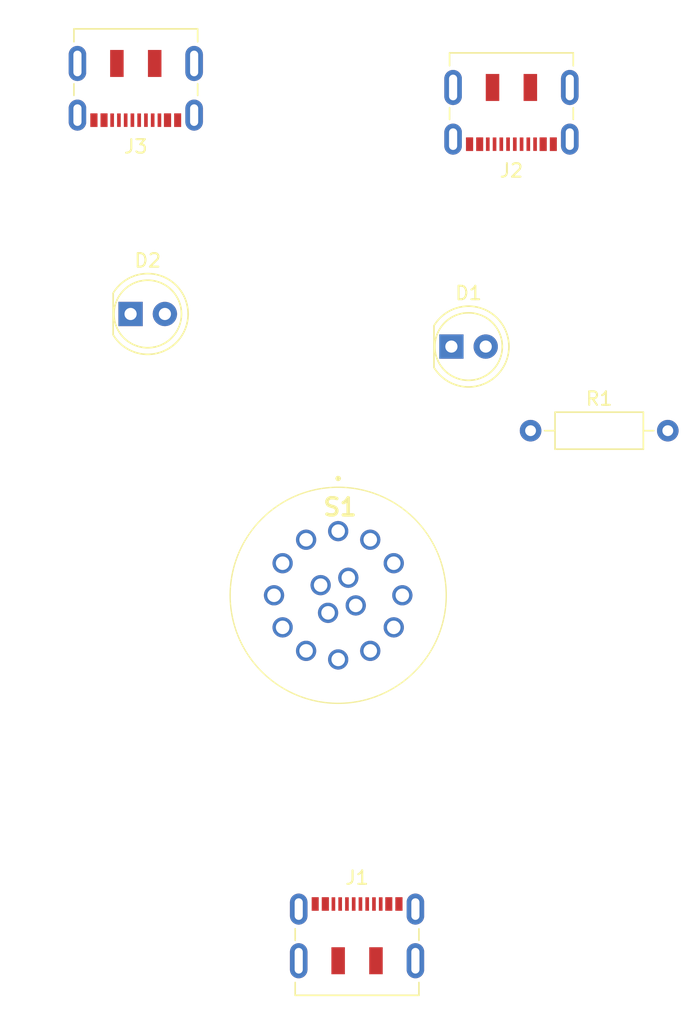
<source format=kicad_pcb>
(kicad_pcb (version 20211014) (generator pcbnew)
  (layers (0 "F.Cu" signal) (31 "B.Cu" signal) (34 "B.Paste" user) (35 "F.Paste" user) (36 "B.SilkS" user "B.Silkscreen") (37 "F.SilkS" user "F.Silkscreen") (38 "B.Mask" user) (39 "F.Mask" user) (44 "Edge.Cuts" user))
  (net 0 "")
  (net 1 "Net-(D1-Pad1)")
  (net 2 "Net-(J1-PadA1)")
  (net 3 "Net-(J1-PadA4)")
  (net 4 "Net-(J1-PadA5)")
  (net 5 "Net-(J1-PadA6)")
  (net 6 "Net-(J1-PadB7)")
  (net 8 "Net-(J2-PadA5)")
  (net 11 "Net-(J3-PadA5)")
  (net 18 "Net-(J2-PadA4)")
  (net 19 "Net-(J2-PadA6)")
  (net 20 "Net-(J2-PadA7)")
  (net 21 "Net-(J3-PadA4)")
  (net 22 "Net-(J3-PadA6)")
  (net 23 "Net-(J3-PadA7)")
  (footprint "Connector_USB:USB_C_Receptacle_JAE_DX07S016JA1R1500" (layer "F.Cu") (at 139.573 133.096)
    (fp_text reference "J1" (at 0 -5) (layer "F.SilkS"))
    (fp_text value "USB_C_Receptacle_USB2.0")
    (fp_line (start 4.58 2.76) (end 4.58 3.71) (layer "F.SilkS") (width 0.12))
    (fp_line (start -4.58 3.71) (end 4.58 3.71) (layer "F.SilkS") (width 0.12))
    (fp_line (start 4.58 -1.215) (end 4.58 -0.36) (layer "F.SilkS") (width 0.12))
    (fp_line (start -4.58 2.76) (end -4.58 3.71) (layer "F.SilkS") (width 0.12))
    (fp_line (start -4.58 -1.215) (end -4.58 -0.36) (layer "F.SilkS") (width 0.12))
    (pad "" np_thru_hole circle (at -3 -1.95) (size 0.6 0.6) (drill 0.6) (layers F&B.Cu *.Mask))
    (pad "" smd rect (at 1.4 1.15) (size 1 2) (layers "F.Cu" "F.Paste" "F.Mask"))
    (pad "" np_thru_hole oval (at 3 -1.95) (size 0.85 0.6) (drill oval 0.85 0.6) (layers F&B.Cu *.Mask))
    (pad "" smd rect (at -1.4 1.15) (size 1 2) (layers "F.Cu" "F.Paste" "F.Mask"))
    (pad "A1" smd rect (at -3.1 -3.05) (size 0.52 1) (layers "F.Cu" "F.Paste" "F.Mask") (net 2 "Net-(J1-PadA1)"))
    (pad "A4" smd rect (at -2.35 -3.05) (size 0.52 1) (layers "F.Cu" "F.Paste" "F.Mask") (net 3 "Net-(J1-PadA4)"))
    (pad "A5" smd rect (at -1.75 -3.05) (size 0.27 1) (layers "F.Cu" "F.Paste" "F.Mask") (net 4 "Net-(J1-PadA5)"))
    (pad "A6" smd rect (at -0.25 -3.05) (size 0.27 1) (layers "F.Cu" "F.Paste" "F.Mask") (net 5 "Net-(J1-PadA6)"))
    (pad "A7" smd rect (at 0.75 -3.05) (size 0.27 1) (layers "F.Cu" "F.Paste" "F.Mask") (net 6 "Net-(J1-PadB7)"))
    (pad "A8" smd rect (at 1.75 -3.05) (size 0.27 1) (layers "F.Cu" "F.Paste" "F.Mask"))
    (pad "A9" smd rect (at 2.35 -3.05) (size 0.52 1) (layers "F.Cu" "F.Paste" "F.Mask") (net 3 "Net-(J1-PadA4)"))
    (pad "A12" smd rect (at 3.1 -3.05) (size 0.52 1) (layers "F.Cu" "F.Paste" "F.Mask") (net 2 "Net-(J1-PadA1)"))
    (pad "B1" smd rect (at 3.1 -3.05) (size 0.52 1) (layers "F.Cu" "F.Paste" "F.Mask") (net 2 "Net-(J1-PadA1)"))
    (pad "B4" smd rect (at 2.35 -3.05) (size 0.52 1) (layers "F.Cu" "F.Paste" "F.Mask") (net 3 "Net-(J1-PadA4)"))
    (pad "B5" smd rect (at 1.25 -3.05) (size 0.27 1) (layers "F.Cu" "F.Paste" "F.Mask") (net 4 "Net-(J1-PadA5)"))
    (pad "B6" smd rect (at 0.25 -3.05) (size 0.27 1) (layers "F.Cu" "F.Paste" "F.Mask") (net 5 "Net-(J1-PadA6)"))
    (pad "B7" smd rect (at -0.75 -3.05) (size 0.27 1) (layers "F.Cu" "F.Paste" "F.Mask") (net 6 "Net-(J1-PadB7)"))
    (pad "B8" smd rect (at -1.25 -3.05) (size 0.27 1) (layers "F.Cu" "F.Paste" "F.Mask"))
    (pad "B9" smd rect (at -2.35 -3.05) (size 0.52 1) (layers "F.Cu" "F.Paste" "F.Mask") (net 3 "Net-(J1-PadA4)"))
    (pad "B12" smd rect (at -3.1 -3.05) (size 0.52 1) (layers "F.Cu" "F.Paste" "F.Mask") (net 2 "Net-(J1-PadA1)"))
    (pad "S1" thru_hole oval (at -4.32 1.15) (size 1.3 2.6) (drill oval 0.6 1.9) (layers *.Cu *.Mask))
    (pad "S1" thru_hole oval (at 4.32 -2.675) (size 1.3 2.3) (drill oval 0.6 1.6) (layers *.Cu *.Mask))
    (pad "S1" thru_hole oval (at -4.32 -2.675) (size 1.3 2.3) (drill oval 0.6 1.6) (layers *.Cu *.Mask))
    (pad "S1" thru_hole oval (at 4.32 1.15) (size 1.3 2.6) (drill oval 0.6 1.9) (layers *.Cu *.Mask))
  )
  (footprint "LED_THT:LED_D5.0mm_Clear" (layer "F.Cu") (at 122.804 86.36)
    (fp_text reference "D2" (at 1.27 -3.96) (layer "F.SilkS"))
    (fp_text value "LED")
    (fp_line (start -1.29 -1.545) (end -1.29 1.545) (layer "F.SilkS") (width 0.12))
    (fp_arc (start 4.26 -0.000462) (mid 2.072002 2.880433) (end -1.29 1.54483) (layer "F.SilkS") (width 0.12))
    (fp_arc (start -1.29 -1.54483) (mid 2.072002 -2.880433) (end 4.26 0.000462) (layer "F.SilkS") (width 0.12))
    (fp_circle (center 1.27 0) (end 3.77 0) (layer "F.SilkS") (width 0.12) (fill none))
    (pad "1" thru_hole rect (at 0 0) (size 1.8 1.8) (drill 0.9) (layers *.Cu *.Mask) (net 1 "Net-(D1-Pad1)"))
    (pad "2" thru_hole circle (at 2.54 0) (size 1.8 1.8) (drill 0.9) (layers *.Cu *.Mask) (net 21 "Net-(J3-PadA4)"))
  )
  (footprint "Resistor_THT:R_Axial_DIN0207_L6.3mm_D2.5mm_P10.16mm_Horizontal" (layer "F.Cu") (at 152.42 95)
    (fp_text reference "R1" (at 5.08 -2.37) (layer "F.SilkS"))
    (fp_text value "470")
    (fp_line (start 9.12 0) (end 8.35 0) (layer "F.SilkS") (width 0.12))
    (fp_line (start 1.04 0) (end 1.81 0) (layer "F.SilkS") (width 0.12))
    (fp_line (start 8.35 1.37) (end 8.35 -1.37) (layer "F.SilkS") (width 0.12))
    (fp_line (start 1.81 -1.37) (end 1.81 1.37) (layer "F.SilkS") (width 0.12))
    (fp_line (start 1.81 1.37) (end 8.35 1.37) (layer "F.SilkS") (width 0.12))
    (fp_line (start 8.35 -1.37) (end 1.81 -1.37) (layer "F.SilkS") (width 0.12))
    (pad "1" thru_hole circle (at 0 0) (size 1.6 1.6) (drill 0.8) (layers *.Cu *.Mask) (net 2 "Net-(J1-PadA1)"))
    (pad "2" thru_hole oval (at 10.16 0) (size 1.6 1.6) (drill 0.8) (layers *.Cu *.Mask) (net 1 "Net-(D1-Pad1)"))
  )
  (footprint "Library:Rotary_Switch_NKK_MRA403-BB_2-3" (layer "F.Cu") (at 138.176 107.188)
    (fp_text reference "S1" (at 0.136906 -6.525867) (layer "F.SilkS") (effects (font (size 1.27 1.27) (thickness 0.254))))
    (fp_text value "MRA403" hide)
    (fp_line (start 0.1 -8.65) (end 0.1 -8.65) (layer "F.SilkS") (width 0.2))
    (fp_line (start -0.1 -8.65) (end -0.1 -8.65) (layer "F.SilkS") (width 0.2))
    (fp_line (start -8 0) (end -8 0) (layer "F.SilkS") (width 0.1))
    (fp_line (start 8 0) (end 8 0) (layer "F.SilkS") (width 0.1))
    (fp_arc (start 8 0) (mid 0 8) (end -8 0) (layer "F.SilkS") (width 0.1))
    (fp_arc (start 0.1 -8.65) (mid 0 -8.55) (end -0.1 -8.65) (layer "F.SilkS") (width 0.2))
    (fp_arc (start -0.1 -8.65) (mid 0 -8.75) (end 0.1 -8.65) (layer "F.SilkS") (width 0.2))
    (fp_arc (start -8 0) (mid 0 -8) (end 8 0) (layer "F.SilkS") (width 0.1))
    (pad "1" thru_hole circle (at 0 -4.75) (size 1.5 1.5) (drill 1) (layers *.Cu *.Mask) (net 20 "Net-(J2-PadA7)"))
    (pad "2" thru_hole circle (at 2.375 -4.114) (size 1.5 1.5) (drill 1) (layers *.Cu *.Mask))
    (pad "3" thru_hole circle (at 4.114 -2.375) (size 1.5 1.5) (drill 1) (layers *.Cu *.Mask) (net 23 "Net-(J3-PadA7)"))
    (pad "4" thru_hole circle (at 4.75 0) (size 1.5 1.5) (drill 1) (layers *.Cu *.Mask) (net 8 "Net-(J2-PadA5)"))
    (pad "5" thru_hole circle (at 4.114 2.375) (size 1.5 1.5) (drill 1) (layers *.Cu *.Mask))
    (pad "6" thru_hole circle (at 2.375 4.114) (size 1.5 1.5) (drill 1) (layers *.Cu *.Mask) (net 11 "Net-(J3-PadA5)"))
    (pad "7" thru_hole circle (at 0 4.75) (size 1.5 1.5) (drill 1) (layers *.Cu *.Mask) (net 18 "Net-(J2-PadA4)"))
    (pad "8" thru_hole circle (at -2.375 4.114) (size 1.5 1.5) (drill 1) (layers *.Cu *.Mask))
    (pad "9" thru_hole circle (at -4.114 2.375) (size 1.5 1.5) (drill 1) (layers *.Cu *.Mask) (net 21 "Net-(J3-PadA4)"))
    (pad "10" thru_hole circle (at -4.75 0) (size 1.5 1.5) (drill 1) (layers *.Cu *.Mask) (net 19 "Net-(J2-PadA6)"))
    (pad "11" thru_hole circle (at -4.114 -2.375) (size 1.5 1.5) (drill 1) (layers *.Cu *.Mask))
    (pad "12" thru_hole circle (at -2.375 -4.114) (size 1.5 1.5) (drill 1) (layers *.Cu *.Mask) (net 22 "Net-(J3-PadA6)"))
    (pad "A1" thru_hole circle (at -0.75 1.299) (size 1.5 1.5) (drill 1) (layers *.Cu *.Mask) (net 3 "Net-(J1-PadA4)"))
    (pad "B1" thru_hole circle (at 0.75 -1.299) (size 1.5 1.5) (drill 1) (layers *.Cu *.Mask) (net 6 "Net-(J1-PadB7)"))
    (pad "C1" thru_hole circle (at -1.299 -0.75) (size 1.5 1.5) (drill 1) (layers *.Cu *.Mask) (net 5 "Net-(J1-PadA6)"))
    (pad "D1" thru_hole circle (at 1.299 0.75) (size 1.5 1.5) (drill 1) (layers *.Cu *.Mask) (net 4 "Net-(J1-PadA5)"))
  )
  (footprint "Connector_USB:USB_C_Receptacle_JAE_DX07S016JA1R1500" (layer "F.Cu") (at 123.19 68.961 180)
    (fp_text reference "J3" (at 0 -5) (layer "F.SilkS"))
    (fp_text value "USB_C_Receptacle_USB2.0")
    (fp_line (start -4.58 -1.215) (end -4.58 -0.36) (layer "F.SilkS") (width 0.12))
    (fp_line (start 4.58 -1.215) (end 4.58 -0.36) (layer "F.SilkS") (width 0.12))
    (fp_line (start 4.58 2.76) (end 4.58 3.71) (layer "F.SilkS") (width 0.12))
    (fp_line (start -4.58 3.71) (end 4.58 3.71) (layer "F.SilkS") (width 0.12))
    (fp_line (start -4.58 2.76) (end -4.58 3.71) (layer "F.SilkS") (width 0.12))
    (pad "" np_thru_hole oval (at 3 -1.95 180) (size 0.85 0.6) (drill oval 0.85 0.6) (layers F&B.Cu *.Mask))
    (pad "" np_thru_hole circle (at -3 -1.95 180) (size 0.6 0.6) (drill 0.6) (layers F&B.Cu *.Mask))
    (pad "" smd rect (at 1.4 1.15 180) (size 1 2) (layers "F.Cu" "F.Paste" "F.Mask"))
    (pad "" smd rect (at -1.4 1.15 180) (size 1 2) (layers "F.Cu" "F.Paste" "F.Mask"))
    (pad "A1" smd rect (at -3.1 -3.05 180) (size 0.52 1) (layers "F.Cu" "F.Paste" "F.Mask") (net 2 "Net-(J1-PadA1)"))
    (pad "A4" smd rect (at -2.35 -3.05 180) (size 0.52 1) (layers "F.Cu" "F.Paste" "F.Mask") (net 21 "Net-(J3-PadA4)"))
    (pad "A5" smd rect (at -1.75 -3.05 180) (size 0.27 1) (layers "F.Cu" "F.Paste" "F.Mask") (net 11 "Net-(J3-PadA5)"))
    (pad "A6" smd rect (at -0.25 -3.05 180) (size 0.27 1) (layers "F.Cu" "F.Paste" "F.Mask") (net 22 "Net-(J3-PadA6)"))
    (pad "A7" smd rect (at 0.75 -3.05 180) (size 0.27 1) (layers "F.Cu" "F.Paste" "F.Mask") (net 23 "Net-(J3-PadA7)"))
    (pad "A8" smd rect (at 1.75 -3.05 180) (size 0.27 1) (layers "F.Cu" "F.Paste" "F.Mask"))
    (pad "A9" smd rect (at 2.35 -3.05 180) (size 0.52 1) (layers "F.Cu" "F.Paste" "F.Mask") (net 21 "Net-(J3-PadA4)"))
    (pad "A12" smd rect (at 3.1 -3.05 180) (size 0.52 1) (layers "F.Cu" "F.Paste" "F.Mask") (net 2 "Net-(J1-PadA1)"))
    (pad "B1" smd rect (at 3.1 -3.05 180) (size 0.52 1) (layers "F.Cu" "F.Paste" "F.Mask") (net 2 "Net-(J1-PadA1)"))
    (pad "B4" smd rect (at 2.35 -3.05 180) (size 0.52 1) (layers "F.Cu" "F.Paste" "F.Mask") (net 21 "Net-(J3-PadA4)"))
    (pad "B5" smd rect (at 1.25 -3.05 180) (size 0.27 1) (layers "F.Cu" "F.Paste" "F.Mask") (net 11 "Net-(J3-PadA5)"))
    (pad "B6" smd rect (at 0.25 -3.05 180) (size 0.27 1) (layers "F.Cu" "F.Paste" "F.Mask") (net 22 "Net-(J3-PadA6)"))
    (pad "B7" smd rect (at -0.75 -3.05 180) (size 0.27 1) (layers "F.Cu" "F.Paste" "F.Mask") (net 23 "Net-(J3-PadA7)"))
    (pad "B8" smd rect (at -1.25 -3.05 180) (size 0.27 1) (layers "F.Cu" "F.Paste" "F.Mask"))
    (pad "B9" smd rect (at -2.35 -3.05 180) (size 0.52 1) (layers "F.Cu" "F.Paste" "F.Mask") (net 21 "Net-(J3-PadA4)"))
    (pad "B12" smd rect (at -3.1 -3.05 180) (size 0.52 1) (layers "F.Cu" "F.Paste" "F.Mask") (net 2 "Net-(J1-PadA1)"))
    (pad "S1" thru_hole oval (at -4.32 1.15 180) (size 1.3 2.6) (drill oval 0.6 1.9) (layers *.Cu *.Mask))
    (pad "S1" thru_hole oval (at -4.32 -2.675 180) (size 1.3 2.3) (drill oval 0.6 1.6) (layers *.Cu *.Mask))
    (pad "S1" thru_hole oval (at 4.32 1.15 180) (size 1.3 2.6) (drill oval 0.6 1.9) (layers *.Cu *.Mask))
    (pad "S1" thru_hole oval (at 4.32 -2.675 180) (size 1.3 2.3) (drill oval 0.6 1.6) (layers *.Cu *.Mask))
  )
  (footprint "LED_THT:LED_D5.0mm_Clear" (layer "F.Cu") (at 146.558 88.773)
    (fp_text reference "D1" (at 1.27 -3.96) (layer "F.SilkS"))
    (fp_text value "LED")
    (fp_line (start -1.29 -1.545) (end -1.29 1.545) (layer "F.SilkS") (width 0.12))
    (fp_arc (start -1.29 -1.54483) (mid 2.072002 -2.880433) (end 4.26 0.000462) (layer "F.SilkS") (width 0.12))
    (fp_arc (start 4.26 -0.000462) (mid 2.072002 2.880433) (end -1.29 1.54483) (layer "F.SilkS") (width 0.12))
    (fp_circle (center 1.27 0) (end 3.77 0) (layer "F.SilkS") (width 0.12) (fill none))
    (pad "1" thru_hole rect (at 0 0) (size 1.8 1.8) (drill 0.9) (layers *.Cu *.Mask) (net 1 "Net-(D1-Pad1)"))
    (pad "2" thru_hole circle (at 2.54 0) (size 1.8 1.8) (drill 0.9) (layers *.Cu *.Mask) (net 18 "Net-(J2-PadA4)"))
  )
  (footprint "Connector_USB:USB_C_Receptacle_JAE_DX07S016JA1R1500" (layer "F.Cu") (at 151.003 70.739 180)
    (fp_text reference "J2" (at 0 -5) (layer "F.SilkS"))
    (fp_text value "USB_C_Receptacle_USB2.0")
    (fp_line (start -4.58 2.76) (end -4.58 3.71) (layer "F.SilkS") (width 0.12))
    (fp_line (start -4.58 3.71) (end 4.58 3.71) (layer "F.SilkS") (width 0.12))
    (fp_line (start 4.58 -1.215) (end 4.58 -0.36) (layer "F.SilkS") (width 0.12))
    (fp_line (start 4.58 2.76) (end 4.58 3.71) (layer "F.SilkS") (width 0.12))
    (fp_line (start -4.58 -1.215) (end -4.58 -0.36) (layer "F.SilkS") (width 0.12))
    (pad "" np_thru_hole circle (at -3 -1.95 180) (size 0.6 0.6) (drill 0.6) (layers F&B.Cu *.Mask))
    (pad "" np_thru_hole oval (at 3 -1.95 180) (size 0.85 0.6) (drill oval 0.85 0.6) (layers F&B.Cu *.Mask))
    (pad "" smd rect (at 1.4 1.15 180) (size 1 2) (layers "F.Cu" "F.Paste" "F.Mask"))
    (pad "" smd rect (at -1.4 1.15 180) (size 1 2) (layers "F.Cu" "F.Paste" "F.Mask"))
    (pad "A1" smd rect (at -3.1 -3.05 180) (size 0.52 1) (layers "F.Cu" "F.Paste" "F.Mask") (net 2 "Net-(J1-PadA1)"))
    (pad "A4" smd rect (at -2.35 -3.05 180) (size 0.52 1) (layers "F.Cu" "F.Paste" "F.Mask") (net 18 "Net-(J2-PadA4)"))
    (pad "A5" smd rect (at -1.75 -3.05 180) (size 0.27 1) (layers "F.Cu" "F.Paste" "F.Mask") (net 8 "Net-(J2-PadA5)"))
    (pad "A6" smd rect (at -0.25 -3.05 180) (size 0.27 1) (layers "F.Cu" "F.Paste" "F.Mask") (net 19 "Net-(J2-PadA6)"))
    (pad "A7" smd rect (at 0.75 -3.05 180) (size 0.27 1) (layers "F.Cu" "F.Paste" "F.Mask") (net 20 "Net-(J2-PadA7)"))
    (pad "A8" smd rect (at 1.75 -3.05 180) (size 0.27 1) (layers "F.Cu" "F.Paste" "F.Mask"))
    (pad "A9" smd rect (at 2.35 -3.05 180) (size 0.52 1) (layers "F.Cu" "F.Paste" "F.Mask") (net 18 "Net-(J2-PadA4)"))
    (pad "A12" smd rect (at 3.1 -3.05 180) (size 0.52 1) (layers "F.Cu" "F.Paste" "F.Mask") (net 2 "Net-(J1-PadA1)"))
    (pad "B1" smd rect (at 3.1 -3.05 180) (size 0.52 1) (layers "F.Cu" "F.Paste" "F.Mask") (net 2 "Net-(J1-PadA1)"))
    (pad "B4" smd rect (at 2.35 -3.05 180) (size 0.52 1) (layers "F.Cu" "F.Paste" "F.Mask") (net 18 "Net-(J2-PadA4)"))
    (pad "B5" smd rect (at 1.25 -3.05 180) (size 0.27 1) (layers "F.Cu" "F.Paste" "F.Mask") (net 8 "Net-(J2-PadA5)"))
    (pad "B6" smd rect (at 0.25 -3.05 180) (size 0.27 1) (layers "F.Cu" "F.Paste" "F.Mask") (net 19 "Net-(J2-PadA6)"))
    (pad "B7" smd rect (at -0.75 -3.05 180) (size 0.27 1) (layers "F.Cu" "F.Paste" "F.Mask") (net 20 "Net-(J2-PadA7)"))
    (pad "B8" smd rect (at -1.25 -3.05 180) (size 0.27 1) (layers "F.Cu" "F.Paste" "F.Mask"))
    (pad "B9" smd rect (at -2.35 -3.05 180) (size 0.52 1) (layers "F.Cu" "F.Paste" "F.Mask") (net 18 "Net-(J2-PadA4)"))
    (pad "B12" smd rect (at -3.1 -3.05 180) (size 0.52 1) (layers "F.Cu" "F.Paste" "F.Mask") (net 2 "Net-(J1-PadA1)"))
    (pad "S1" thru_hole oval (at 4.32 1.15 180) (size 1.3 2.6) (drill oval 0.6 1.9) (layers *.Cu *.Mask))
    (pad "S1" thru_hole oval (at 4.32 -2.675 180) (size 1.3 2.3) (drill oval 0.6 1.6) (layers *.Cu *.Mask))
    (pad "S1" thru_hole oval (at -4.32 1.15 180) (size 1.3 2.6) (drill oval 0.6 1.9) (layers *.Cu *.Mask))
    (pad "S1" thru_hole oval (at -4.32 -2.675 180) (size 1.3 2.3) (drill oval 0.6 1.6) (layers *.Cu *.Mask))
  )
)
</source>
